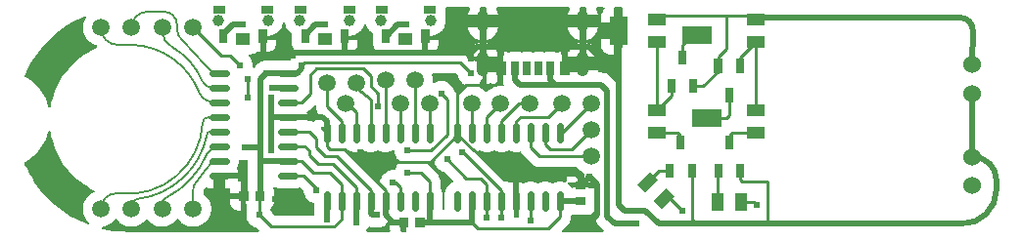
<source format=gtl>
G04 Layer: TopLayer*
G04 EasyEDA v6.4.24, 2021-09-25T18:25:05+02:00*
G04 d15503250396465d85bfe37af418053a,f5a38c858c354eb5b90fd3f81420cce3,10*
G04 Gerber Generator version 0.2*
G04 Scale: 100 percent, Rotated: No, Reflected: No *
G04 Dimensions in millimeters *
G04 leading zeros omitted , absolute positions ,4 integer and 5 decimal *
%FSLAX45Y45*%
%MOMM*%

%ADD10C,0.2540*%
%ADD11C,0.5080*%
%ADD12C,0.1500*%
%ADD13C,0.2000*%
%ADD14C,0.2050*%
%ADD15C,0.6000*%
%ADD16C,0.6096*%
%ADD17C,1.5000*%
%ADD20R,0.9000X0.8000*%
%ADD21R,0.7000X1.2500*%
%ADD22R,1.5500X1.0000*%
%ADD23R,1.0000X1.5500*%
%ADD24R,0.7000X1.2000*%
%ADD25R,1.1000X0.7000*%
%ADD26R,1.3000X1.0000*%
%ADD27R,0.9000X1.2000*%
%ADD28R,0.8000X1.2000*%
%ADD29R,2.5000X1.5000*%
%ADD30C,1.0000*%
%ADD31C,1.5240*%

%LPD*%
G36*
X2856331Y-415035D02*
G01*
X2852420Y-414274D01*
X2849118Y-412038D01*
X2846933Y-408787D01*
X2846171Y-404876D01*
X2846171Y-302818D01*
X2845257Y-298704D01*
X2845257Y-269494D01*
X2846120Y-265430D01*
X2848457Y-262077D01*
X2852013Y-259943D01*
X2856077Y-259334D01*
X2860040Y-260451D01*
X2862478Y-261670D01*
X2876956Y-267055D01*
X2891942Y-270713D01*
X2907284Y-272542D01*
X2922727Y-272542D01*
X2938018Y-270713D01*
X2953054Y-267055D01*
X2967482Y-261670D01*
X2981248Y-254660D01*
X2994050Y-246024D01*
X3005734Y-235966D01*
X3016148Y-224586D01*
X3025140Y-212039D01*
X3032607Y-198526D01*
X3038398Y-184200D01*
X3040176Y-177596D01*
X3042259Y-173685D01*
X3045714Y-171043D01*
X3049981Y-170078D01*
X3054299Y-171043D01*
X3057753Y-173685D01*
X3059785Y-177596D01*
X3061614Y-184200D01*
X3067405Y-198526D01*
X3074873Y-212039D01*
X3083864Y-224586D01*
X3094278Y-235966D01*
X3105962Y-246024D01*
X3110230Y-248920D01*
X3112668Y-251155D01*
X3114192Y-254101D01*
X3114751Y-257352D01*
X3114751Y-332130D01*
X3115564Y-343916D01*
X3118002Y-355092D01*
X3122015Y-365810D01*
X3127502Y-375869D01*
X3134360Y-385064D01*
X3142437Y-393141D01*
X3147263Y-396748D01*
X3150057Y-399897D01*
X3151276Y-403910D01*
X3150819Y-408076D01*
X3148685Y-411734D01*
X3145282Y-414172D01*
X3141167Y-415035D01*
X2958846Y-415035D01*
X2954731Y-414172D01*
X2951327Y-411734D01*
X2949194Y-408076D01*
X2948686Y-403910D01*
X2949956Y-399897D01*
X2952750Y-396748D01*
X2957525Y-393141D01*
X2965653Y-385064D01*
X2972511Y-375869D01*
X2977997Y-365810D01*
X2982010Y-355092D01*
X2984398Y-343916D01*
X2985262Y-332130D01*
X2985262Y-308864D01*
X2893872Y-308864D01*
X2893872Y-404876D01*
X2893060Y-408787D01*
X2890875Y-412038D01*
X2887573Y-414274D01*
X2883712Y-415035D01*
G37*

%LPD*%
G36*
X2088692Y-551434D02*
G01*
X2084679Y-550570D01*
X2081428Y-548182D01*
X2079294Y-544677D01*
X2078736Y-540664D01*
X2079243Y-533400D01*
X2078329Y-519226D01*
X2075586Y-505307D01*
X2071116Y-491845D01*
X2064969Y-479043D01*
X2057247Y-467156D01*
X2048052Y-456387D01*
X2041499Y-450443D01*
X2039112Y-447192D01*
X2038197Y-443230D01*
X2038857Y-439267D01*
X2041042Y-435864D01*
X2044395Y-433578D01*
X2048357Y-432765D01*
X2058517Y-432765D01*
X2070303Y-431901D01*
X2081530Y-429514D01*
X2092248Y-425500D01*
X2102256Y-420014D01*
X2110435Y-413918D01*
X2113635Y-412292D01*
X2117242Y-411886D01*
X2129282Y-412750D01*
X2140051Y-412750D01*
X2140051Y-302818D01*
X2139188Y-298704D01*
X2139188Y-269494D01*
X2140000Y-265430D01*
X2142388Y-262077D01*
X2145893Y-259943D01*
X2150008Y-259334D01*
X2153970Y-260451D01*
X2156409Y-261670D01*
X2170836Y-267055D01*
X2185873Y-270713D01*
X2201164Y-272542D01*
X2216607Y-272542D01*
X2231948Y-270713D01*
X2246934Y-267055D01*
X2261412Y-261670D01*
X2275128Y-254660D01*
X2287930Y-246024D01*
X2299614Y-235966D01*
X2310028Y-224586D01*
X2319020Y-212039D01*
X2326487Y-198526D01*
X2332278Y-184200D01*
X2336342Y-169316D01*
X2336901Y-165658D01*
X2338324Y-161798D01*
X2341118Y-158851D01*
X2344877Y-157226D01*
X2348992Y-157226D01*
X2352751Y-158851D01*
X2355596Y-161798D01*
X2357018Y-165658D01*
X2357526Y-169316D01*
X2361590Y-184200D01*
X2367432Y-198526D01*
X2374849Y-212039D01*
X2383840Y-224586D01*
X2394254Y-235966D01*
X2405989Y-246024D01*
X2410256Y-248920D01*
X2412644Y-251155D01*
X2414219Y-254101D01*
X2414727Y-257352D01*
X2414727Y-332130D01*
X2415590Y-343916D01*
X2418029Y-355092D01*
X2421991Y-365810D01*
X2427478Y-375869D01*
X2434336Y-385064D01*
X2442464Y-393141D01*
X2451608Y-399999D01*
X2461666Y-405485D01*
X2469946Y-408584D01*
X2473452Y-410819D01*
X2475788Y-414324D01*
X2476550Y-418439D01*
X2475534Y-422503D01*
X2472944Y-425805D01*
X2469286Y-427837D01*
X2463647Y-429514D01*
X2450693Y-435254D01*
X2438552Y-442569D01*
X2427478Y-451459D01*
X2417572Y-461619D01*
X2409088Y-472998D01*
X2404313Y-481482D01*
X2402078Y-484225D01*
X2398979Y-486003D01*
X2395474Y-486613D01*
X2320290Y-486613D01*
X2306167Y-487527D01*
X2287524Y-491235D01*
X2231745Y-491235D01*
X2229459Y-490982D01*
X2214778Y-487578D01*
X2200656Y-486257D01*
X2186482Y-486664D01*
X2172462Y-488950D01*
X2158847Y-493014D01*
X2145893Y-498754D01*
X2133752Y-506069D01*
X2122678Y-514959D01*
X2112772Y-525119D01*
X2104288Y-536498D01*
X2100122Y-543915D01*
X2096058Y-548487D01*
X2092655Y-550722D01*
G37*

%LPC*%
G36*
X2187752Y-412750D02*
G01*
X2198522Y-412750D01*
X2210308Y-411937D01*
X2221484Y-409498D01*
X2232253Y-405485D01*
X2242261Y-399999D01*
X2251456Y-393141D01*
X2259533Y-385064D01*
X2266391Y-375869D01*
X2271877Y-365810D01*
X2275890Y-355092D01*
X2278329Y-343916D01*
X2279142Y-332130D01*
X2279142Y-308864D01*
X2187752Y-308864D01*
G37*

%LPD*%
G36*
X4095496Y-760831D02*
G01*
X4091482Y-759866D01*
X4088129Y-757377D01*
X4086402Y-755345D01*
X4073804Y-743762D01*
X4060037Y-733653D01*
X4045204Y-725068D01*
X4029557Y-718210D01*
X4014978Y-713638D01*
X4011523Y-711758D01*
X4009034Y-708660D01*
X4007916Y-704850D01*
X4008323Y-700938D01*
X4010253Y-697433D01*
X4013352Y-694944D01*
X4016705Y-693216D01*
X4020718Y-692099D01*
X4024884Y-692658D01*
X4030624Y-694791D01*
X4036669Y-696214D01*
X4036669Y-683209D01*
X4037533Y-679094D01*
X4039971Y-675690D01*
X4041952Y-673912D01*
X4051147Y-663143D01*
X4058869Y-651256D01*
X4065015Y-638454D01*
X4069486Y-624992D01*
X4072229Y-611073D01*
X4073144Y-596900D01*
X4072229Y-582726D01*
X4069486Y-568807D01*
X4065015Y-555345D01*
X4058869Y-542544D01*
X4051147Y-530656D01*
X4041952Y-519887D01*
X4031437Y-510336D01*
X4019804Y-502208D01*
X4007205Y-495655D01*
X3993896Y-490778D01*
X3988765Y-489559D01*
X3986072Y-488543D01*
X3983837Y-486867D01*
X3970477Y-473506D01*
X3968242Y-470204D01*
X3967479Y-466293D01*
X3968242Y-462432D01*
X3970477Y-459130D01*
X3973779Y-456895D01*
X3977640Y-456133D01*
X4036669Y-456133D01*
X4036669Y-333806D01*
X4030624Y-335229D01*
X4016400Y-340410D01*
X4002887Y-347218D01*
X3990238Y-355498D01*
X3978605Y-365252D01*
X3968242Y-376275D01*
X3959199Y-388416D01*
X3951630Y-401523D01*
X3945636Y-415442D01*
X3942283Y-426516D01*
X3940556Y-429920D01*
X3937711Y-432409D01*
X3934104Y-433679D01*
X3930345Y-433527D01*
X3926840Y-432003D01*
X3919220Y-427075D01*
X3910380Y-422656D01*
X3907739Y-421589D01*
X3898392Y-418439D01*
X3895699Y-417728D01*
X3885996Y-415899D01*
X3883202Y-415543D01*
X3873246Y-415035D01*
X3658819Y-415035D01*
X3654704Y-414172D01*
X3651300Y-411734D01*
X3649167Y-408076D01*
X3648710Y-403910D01*
X3649979Y-399897D01*
X3652723Y-396748D01*
X3657549Y-393141D01*
X3665626Y-385064D01*
X3672484Y-375869D01*
X3677970Y-365810D01*
X3681984Y-355092D01*
X3684422Y-343916D01*
X3685286Y-332130D01*
X3685286Y-308864D01*
X3593846Y-308864D01*
X3593846Y-404876D01*
X3593084Y-408787D01*
X3590899Y-412038D01*
X3587597Y-414274D01*
X3583686Y-415035D01*
X3556304Y-415035D01*
X3552444Y-414274D01*
X3549142Y-412038D01*
X3546906Y-408787D01*
X3546144Y-404876D01*
X3546144Y-302818D01*
X3545281Y-298704D01*
X3545281Y-269494D01*
X3546094Y-265430D01*
X3548481Y-262077D01*
X3551986Y-259943D01*
X3556101Y-259334D01*
X3560064Y-260451D01*
X3562502Y-261670D01*
X3576980Y-267055D01*
X3591966Y-270713D01*
X3607308Y-272542D01*
X3622700Y-272542D01*
X3638042Y-270713D01*
X3653028Y-267055D01*
X3667506Y-261670D01*
X3681222Y-254660D01*
X3694023Y-246024D01*
X3705707Y-235966D01*
X3716121Y-224586D01*
X3725113Y-212039D01*
X3732580Y-198526D01*
X3738372Y-184200D01*
X3742436Y-169316D01*
X3744722Y-154076D01*
X3745179Y-138633D01*
X3743807Y-123291D01*
X3741318Y-111404D01*
X3741115Y-108559D01*
X3744417Y-93929D01*
X3745280Y-82143D01*
X3745280Y-35814D01*
X3746042Y-31902D01*
X3748227Y-28651D01*
X3751529Y-26416D01*
X3755440Y-25654D01*
X3946093Y-25654D01*
X3950208Y-26517D01*
X3953611Y-29006D01*
X3955745Y-32664D01*
X3956151Y-36880D01*
X3954881Y-40894D01*
X3951630Y-46532D01*
X3945636Y-60452D01*
X3941267Y-74980D01*
X3938625Y-89865D01*
X3938422Y-93624D01*
X4036669Y-93624D01*
X4036669Y-35814D01*
X4037431Y-31902D01*
X4039615Y-28651D01*
X4042918Y-26416D01*
X4046829Y-25654D01*
X4089196Y-25654D01*
X4093057Y-26416D01*
X4096359Y-28651D01*
X4098594Y-31902D01*
X4099356Y-35814D01*
X4099356Y-93624D01*
X4197604Y-93624D01*
X4197350Y-89865D01*
X4194759Y-74980D01*
X4190390Y-60452D01*
X4184396Y-46532D01*
X4181144Y-40894D01*
X4179824Y-36880D01*
X4180281Y-32664D01*
X4182364Y-29006D01*
X4185818Y-26517D01*
X4189933Y-25654D01*
X4810048Y-25654D01*
X4814214Y-26517D01*
X4817618Y-29006D01*
X4819751Y-32664D01*
X4820158Y-36880D01*
X4818888Y-40894D01*
X4815586Y-46532D01*
X4809591Y-60452D01*
X4805273Y-74980D01*
X4802632Y-89865D01*
X4802428Y-93624D01*
X4900625Y-93624D01*
X4900625Y-35814D01*
X4901438Y-31902D01*
X4903622Y-28651D01*
X4906924Y-26416D01*
X4910785Y-25654D01*
X4953203Y-25654D01*
X4957064Y-26416D01*
X4960366Y-28651D01*
X4962601Y-31902D01*
X4963363Y-35814D01*
X4963363Y-93624D01*
X5061610Y-93624D01*
X5061356Y-89865D01*
X5058714Y-74980D01*
X5054396Y-60452D01*
X5048402Y-46532D01*
X5045151Y-40894D01*
X5043830Y-36880D01*
X5044287Y-32664D01*
X5046370Y-29006D01*
X5049774Y-26517D01*
X5053939Y-25654D01*
X5110327Y-25654D01*
X5114239Y-26416D01*
X5117541Y-28651D01*
X5119725Y-31902D01*
X5120487Y-35814D01*
X5119725Y-39725D01*
X5117541Y-42976D01*
X5109464Y-51054D01*
X5102606Y-60198D01*
X5097119Y-70256D01*
X5093106Y-80975D01*
X5090668Y-92202D01*
X5089855Y-103987D01*
X5089855Y-159766D01*
X5201259Y-159766D01*
X5201259Y-35814D01*
X5202021Y-31902D01*
X5204206Y-28651D01*
X5207508Y-26416D01*
X5211419Y-25654D01*
X5267350Y-25654D01*
X5271262Y-26466D01*
X5274614Y-28702D01*
X5276799Y-32054D01*
X5277510Y-35966D01*
X5267147Y-727557D01*
X5266182Y-731672D01*
X5263692Y-735025D01*
X5259984Y-737108D01*
X5255768Y-737514D01*
X5251805Y-736142D01*
X5248706Y-733247D01*
X5247030Y-729386D01*
X5245557Y-721969D01*
X5241086Y-708863D01*
X5234990Y-696468D01*
X5227320Y-684987D01*
X5217972Y-674370D01*
X5167630Y-624027D01*
X5157012Y-614680D01*
X5145532Y-607009D01*
X5133136Y-600913D01*
X5120030Y-596442D01*
X5106466Y-593750D01*
X5092344Y-592836D01*
X5071668Y-592836D01*
X5067655Y-592023D01*
X5064302Y-589635D01*
X5062118Y-586130D01*
X5061559Y-582066D01*
X5062016Y-573836D01*
X4963363Y-573836D01*
X4963363Y-582676D01*
X4962601Y-586587D01*
X4960366Y-589838D01*
X4957064Y-592074D01*
X4953203Y-592836D01*
X4910785Y-592836D01*
X4906924Y-592074D01*
X4905857Y-591362D01*
X4798974Y-591362D01*
X4796434Y-592480D01*
X4793691Y-592836D01*
X4782413Y-592836D01*
X4778552Y-592074D01*
X4775250Y-589838D01*
X4773066Y-586587D01*
X4772253Y-582676D01*
X4772253Y-495350D01*
X4771440Y-483565D01*
X4769002Y-472389D01*
X4764989Y-461670D01*
X4759502Y-451612D01*
X4752644Y-442468D01*
X4749139Y-438912D01*
X4746904Y-435609D01*
X4746142Y-431749D01*
X4746142Y-414731D01*
X4730343Y-414731D01*
X4718558Y-415594D01*
X4713173Y-416763D01*
X4708855Y-416763D01*
X4703419Y-415594D01*
X4691634Y-414731D01*
X4612386Y-414731D01*
X4597704Y-415747D01*
X4584598Y-414731D01*
X4515358Y-414731D01*
X4503572Y-415594D01*
X4502150Y-415899D01*
X4497832Y-415899D01*
X4496409Y-415594D01*
X4484624Y-414731D01*
X4415383Y-414731D01*
X4400702Y-415747D01*
X4387596Y-414731D01*
X4308348Y-414731D01*
X4296562Y-415594D01*
X4291177Y-416763D01*
X4286859Y-416763D01*
X4281424Y-415594D01*
X4269638Y-414731D01*
X4253839Y-414731D01*
X4253839Y-431749D01*
X4253077Y-435609D01*
X4250893Y-438912D01*
X4247337Y-442468D01*
X4240479Y-451612D01*
X4234992Y-461670D01*
X4230979Y-472389D01*
X4228592Y-483565D01*
X4227728Y-495350D01*
X4227728Y-614629D01*
X4228592Y-626414D01*
X4230979Y-637590D01*
X4234992Y-648309D01*
X4242003Y-661060D01*
X4242562Y-663905D01*
X4243273Y-674166D01*
X4245965Y-687730D01*
X4248912Y-696518D01*
X4249470Y-700481D01*
X4248404Y-704342D01*
X4245914Y-707491D01*
X4242460Y-709472D01*
X4238447Y-709930D01*
X4220667Y-708406D01*
X4206595Y-708812D01*
X4202633Y-708101D01*
X4199229Y-705916D01*
X4196943Y-702614D01*
X4196130Y-698652D01*
X4196130Y-591362D01*
X4099356Y-591362D01*
X4099356Y-696214D01*
X4105351Y-694791D01*
X4119575Y-689610D01*
X4130446Y-684123D01*
X4133596Y-683158D01*
X4136847Y-683209D01*
X4139895Y-684276D01*
X4146651Y-687984D01*
X4157421Y-691997D01*
X4168597Y-694436D01*
X4171492Y-694639D01*
X4175404Y-695706D01*
X4178604Y-698296D01*
X4180535Y-701852D01*
X4180890Y-705916D01*
X4179620Y-709777D01*
X4176928Y-712825D01*
X4173270Y-714603D01*
X4170070Y-715416D01*
X4154017Y-721410D01*
X4138777Y-729132D01*
X4124451Y-738530D01*
X4111244Y-749401D01*
X4103065Y-757783D01*
X4099610Y-760120D01*
G37*

%LPC*%
G36*
X4963363Y-311200D02*
G01*
X4969357Y-309778D01*
X4983581Y-304596D01*
X4997145Y-297789D01*
X5009794Y-289458D01*
X5021376Y-279755D01*
X5031790Y-268732D01*
X5040833Y-256590D01*
X5048402Y-243433D01*
X5054396Y-229565D01*
X5058714Y-215036D01*
X5061356Y-200101D01*
X5061610Y-196342D01*
X4963363Y-196342D01*
G37*
G36*
X4099356Y-456133D02*
G01*
X4196130Y-456133D01*
X4196130Y-414731D01*
X4192930Y-413969D01*
X4189679Y-411835D01*
X4187444Y-408584D01*
X4184396Y-401523D01*
X4176826Y-388416D01*
X4167784Y-376275D01*
X4157370Y-365252D01*
X4145787Y-355498D01*
X4133138Y-347218D01*
X4119575Y-340410D01*
X4105351Y-335229D01*
X4099356Y-333806D01*
G37*
G36*
X4803851Y-456133D02*
G01*
X4900625Y-456133D01*
X4900625Y-333806D01*
X4894630Y-335229D01*
X4880406Y-340410D01*
X4866894Y-347218D01*
X4854244Y-355498D01*
X4842611Y-365252D01*
X4832248Y-376275D01*
X4823155Y-388416D01*
X4815586Y-401523D01*
X4812538Y-408584D01*
X4810506Y-411683D01*
X4807458Y-413816D01*
X4803851Y-414731D01*
G37*
G36*
X4963363Y-456133D02*
G01*
X5062016Y-456133D01*
X5061356Y-444855D01*
X5058714Y-429971D01*
X5054396Y-415442D01*
X5048402Y-401523D01*
X5040833Y-388416D01*
X5031790Y-376275D01*
X5021376Y-365252D01*
X5009794Y-355498D01*
X4997145Y-347218D01*
X4983581Y-340410D01*
X4969357Y-335229D01*
X4963363Y-333806D01*
G37*
G36*
X4036669Y-311200D02*
G01*
X4036669Y-196342D01*
X3938422Y-196342D01*
X3938625Y-200101D01*
X3941267Y-215036D01*
X3945636Y-229565D01*
X3951630Y-243433D01*
X3959199Y-256590D01*
X3968242Y-268732D01*
X3978605Y-279755D01*
X3990238Y-289458D01*
X4002887Y-297789D01*
X4016400Y-304596D01*
X4030624Y-309778D01*
G37*
G36*
X4099356Y-311200D02*
G01*
X4105351Y-309778D01*
X4119575Y-304596D01*
X4133138Y-297789D01*
X4145787Y-289458D01*
X4157370Y-279755D01*
X4167784Y-268732D01*
X4176826Y-256590D01*
X4184396Y-243433D01*
X4190390Y-229565D01*
X4194759Y-215036D01*
X4197350Y-200101D01*
X4197604Y-196342D01*
X4099356Y-196342D01*
G37*
G36*
X4900625Y-311200D02*
G01*
X4900625Y-196342D01*
X4802428Y-196342D01*
X4802632Y-200101D01*
X4805273Y-215036D01*
X4809591Y-229565D01*
X4815586Y-243433D01*
X4823155Y-256590D01*
X4832248Y-268732D01*
X4842611Y-279755D01*
X4854244Y-289458D01*
X4866894Y-297789D01*
X4880406Y-304596D01*
X4894630Y-309778D01*
G37*
G36*
X5170474Y-433882D02*
G01*
X5201259Y-433882D01*
X5201259Y-297434D01*
X5089855Y-297434D01*
X5089855Y-353212D01*
X5090668Y-364998D01*
X5093106Y-376224D01*
X5097119Y-386943D01*
X5102606Y-397002D01*
X5109464Y-406146D01*
X5117541Y-414223D01*
X5126736Y-421081D01*
X5136743Y-426567D01*
X5147513Y-430580D01*
X5158689Y-433019D01*
G37*

%LPD*%
G36*
X3844340Y-774954D02*
G01*
X3840581Y-774903D01*
X3837127Y-773531D01*
X3834434Y-771042D01*
X3831336Y-766876D01*
X3824732Y-759561D01*
X3818585Y-753414D01*
X3816807Y-751027D01*
X3811015Y-733145D01*
X3804869Y-720344D01*
X3797147Y-708456D01*
X3787952Y-697687D01*
X3777437Y-688136D01*
X3765804Y-680008D01*
X3753205Y-673455D01*
X3739896Y-668578D01*
X3726078Y-665378D01*
X3711956Y-664057D01*
X3697782Y-664464D01*
X3683762Y-666750D01*
X3670147Y-670814D01*
X3657193Y-676554D01*
X3649827Y-680974D01*
X3645712Y-682396D01*
X3641344Y-681939D01*
X3637584Y-679704D01*
X3635146Y-676046D01*
X3634435Y-671728D01*
X3635044Y-660400D01*
X3634130Y-643331D01*
X3631285Y-626465D01*
X3627729Y-613867D01*
X3627424Y-610158D01*
X3628440Y-606602D01*
X3630676Y-603605D01*
X3633825Y-601624D01*
X3637534Y-600964D01*
X3830777Y-600964D01*
X3834688Y-601726D01*
X3837990Y-603961D01*
X3852367Y-618337D01*
X3853992Y-620471D01*
X3855008Y-622909D01*
X3857294Y-631799D01*
X3862628Y-644956D01*
X3869588Y-657301D01*
X3878072Y-668680D01*
X3887978Y-678891D01*
X3899052Y-687730D01*
X3911193Y-695045D01*
X3921404Y-699566D01*
X3924655Y-701903D01*
X3926789Y-705256D01*
X3927449Y-709168D01*
X3926535Y-713028D01*
X3924249Y-716280D01*
X3920845Y-718413D01*
X3912717Y-721410D01*
X3897477Y-729132D01*
X3883151Y-738530D01*
X3869944Y-749401D01*
X3858006Y-761644D01*
X3850589Y-771194D01*
X3847795Y-773684D01*
G37*

%LPD*%
G36*
X317347Y-896721D02*
G01*
X313690Y-895350D01*
X310845Y-892759D01*
X309168Y-889253D01*
X305968Y-877062D01*
X296570Y-848715D01*
X285140Y-820978D01*
X271780Y-794105D01*
X256540Y-768248D01*
X239521Y-743559D01*
X220827Y-720090D01*
X200507Y-697992D01*
X178714Y-677418D01*
X155498Y-658368D01*
X131013Y-641045D01*
X109169Y-627735D01*
X106476Y-625398D01*
X104800Y-622198D01*
X104292Y-618642D01*
X105105Y-615137D01*
X109778Y-604012D01*
X128219Y-564946D01*
X148336Y-526745D01*
X170129Y-489458D01*
X193598Y-453186D01*
X218592Y-417982D01*
X245160Y-383946D01*
X273202Y-351078D01*
X302666Y-319532D01*
X333502Y-289306D01*
X365658Y-260451D01*
X399034Y-233070D01*
X433628Y-207213D01*
X469290Y-182880D01*
X506018Y-160172D01*
X543712Y-139090D01*
X582320Y-119735D01*
X619912Y-102870D01*
X624128Y-102006D01*
X628294Y-102920D01*
X631698Y-105460D01*
X633780Y-109169D01*
X634136Y-113436D01*
X632714Y-117500D01*
X625449Y-129285D01*
X618185Y-144780D01*
X612597Y-160934D01*
X608888Y-177647D01*
X607009Y-194665D01*
X607009Y-211734D01*
X608888Y-228752D01*
X612597Y-245465D01*
X618185Y-261620D01*
X625449Y-277114D01*
X634441Y-291642D01*
X644906Y-305155D01*
X656844Y-317398D01*
X670052Y-328269D01*
X684377Y-337667D01*
X699617Y-345389D01*
X715670Y-351383D01*
X721918Y-352958D01*
X724662Y-354126D01*
X726998Y-356006D01*
X731215Y-360781D01*
X733196Y-364032D01*
X733806Y-367842D01*
X732993Y-371551D01*
X730859Y-374751D01*
X727659Y-376885D01*
X714349Y-382625D01*
X681380Y-398983D01*
X649274Y-417118D01*
X618236Y-436930D01*
X588314Y-458470D01*
X559612Y-481533D01*
X532180Y-506120D01*
X506120Y-532180D01*
X481533Y-559612D01*
X458470Y-588314D01*
X436930Y-618236D01*
X417118Y-649274D01*
X398983Y-681380D01*
X382625Y-714349D01*
X368046Y-748233D01*
X355346Y-782777D01*
X344525Y-818032D01*
X335635Y-853744D01*
X328980Y-888593D01*
X327507Y-892200D01*
X324815Y-894994D01*
X321259Y-896569D01*
G37*

%LPD*%
G36*
X2605481Y-1019962D02*
G01*
X2601417Y-1019200D01*
X2590292Y-1015339D01*
X2587599Y-1014628D01*
X2577896Y-1012799D01*
X2575102Y-1012444D01*
X2565146Y-1011936D01*
X2557932Y-1011936D01*
X2554325Y-1011275D01*
X2551176Y-1009345D01*
X2548890Y-1006449D01*
X2547823Y-1002944D01*
X2548077Y-999236D01*
X2472486Y-999236D01*
X2453792Y-995527D01*
X2439670Y-994613D01*
X2320290Y-994613D01*
X2306167Y-995527D01*
X2287473Y-999236D01*
X2260041Y-999236D01*
X2256129Y-998474D01*
X2252827Y-996238D01*
X2250643Y-992936D01*
X2249881Y-989025D01*
X2250033Y-966673D01*
X2250795Y-962761D01*
X2253030Y-959510D01*
X2256282Y-957326D01*
X2260193Y-956564D01*
X2287473Y-956564D01*
X2306167Y-960272D01*
X2320290Y-961186D01*
X2439670Y-961186D01*
X2453792Y-960272D01*
X2472486Y-956564D01*
X2548077Y-956564D01*
X2544013Y-940155D01*
X2544470Y-936752D01*
X2545994Y-933703D01*
X2548534Y-931316D01*
X2558237Y-924814D01*
X2560421Y-923137D01*
X2567838Y-916432D01*
X2607513Y-876757D01*
X2610764Y-874572D01*
X2614676Y-873810D01*
X2618587Y-874572D01*
X2621838Y-876757D01*
X2624074Y-880059D01*
X2624836Y-883970D01*
X2624836Y-888746D01*
X2625344Y-898702D01*
X2625699Y-901496D01*
X2627528Y-911199D01*
X2628239Y-913892D01*
X2631389Y-923239D01*
X2632456Y-925880D01*
X2636875Y-934719D01*
X2638298Y-937158D01*
X2643835Y-945286D01*
X2649728Y-952093D01*
X2651810Y-955751D01*
X2652268Y-959967D01*
X2650947Y-963980D01*
X2647543Y-967587D01*
X2637434Y-977036D01*
X2628595Y-987704D01*
X2621178Y-999388D01*
X2615285Y-1011936D01*
X2612898Y-1016558D01*
X2609545Y-1019048D01*
G37*

%LPD*%
G36*
X2724353Y-1139647D02*
G01*
X2720492Y-1138834D01*
X2717190Y-1136650D01*
X2715006Y-1133348D01*
X2709824Y-1122680D01*
X2708402Y-1120241D01*
X2702864Y-1112113D01*
X2701137Y-1109878D01*
X2694432Y-1102461D01*
X2670505Y-1078534D01*
X2668270Y-1075232D01*
X2667508Y-1071321D01*
X2668270Y-1067460D01*
X2670505Y-1064158D01*
X2673756Y-1061923D01*
X2677668Y-1061161D01*
X2696464Y-1061161D01*
X2696464Y-1023670D01*
X2697226Y-1019759D01*
X2699410Y-1016457D01*
X2702712Y-1014272D01*
X2706624Y-1013510D01*
X2710484Y-1014272D01*
X2713786Y-1016457D01*
X2732227Y-1034897D01*
X2734513Y-1038504D01*
X2735173Y-1042720D01*
X2734513Y-1052830D01*
X2734513Y-1129487D01*
X2733751Y-1133348D01*
X2731566Y-1136650D01*
X2728264Y-1138834D01*
G37*

%LPD*%
G36*
X3170275Y-1547571D02*
G01*
X3165805Y-1547012D01*
X3161995Y-1544624D01*
X2899968Y-1282598D01*
X2897835Y-1279499D01*
X2896971Y-1275842D01*
X2897530Y-1272133D01*
X2899359Y-1268882D01*
X2903423Y-1265834D01*
X2906623Y-1264767D01*
X2909976Y-1264767D01*
X2913176Y-1265834D01*
X2924860Y-1272286D01*
X2937713Y-1277366D01*
X2951124Y-1280820D01*
X2964891Y-1282547D01*
X2978708Y-1282547D01*
X2992475Y-1280820D01*
X3005886Y-1277366D01*
X3018739Y-1272286D01*
X3030423Y-1265834D01*
X3033623Y-1264767D01*
X3036976Y-1264767D01*
X3040176Y-1265834D01*
X3051860Y-1272286D01*
X3064713Y-1277366D01*
X3078124Y-1280820D01*
X3091891Y-1282547D01*
X3105708Y-1282547D01*
X3119475Y-1280820D01*
X3132886Y-1277366D01*
X3145739Y-1272286D01*
X3157423Y-1265834D01*
X3160623Y-1264767D01*
X3163976Y-1264767D01*
X3167176Y-1265834D01*
X3178860Y-1272286D01*
X3191713Y-1277366D01*
X3205124Y-1280820D01*
X3218891Y-1282547D01*
X3232708Y-1282547D01*
X3246475Y-1280820D01*
X3259886Y-1277366D01*
X3272739Y-1272286D01*
X3284423Y-1265834D01*
X3287623Y-1264767D01*
X3290976Y-1264767D01*
X3294176Y-1265834D01*
X3300628Y-1269390D01*
X3303117Y-1271320D01*
X3304895Y-1273962D01*
X3305810Y-1277010D01*
X3307638Y-1291183D01*
X3311194Y-1304899D01*
X3316528Y-1318056D01*
X3323488Y-1330401D01*
X3331972Y-1341780D01*
X3341878Y-1351991D01*
X3348532Y-1357325D01*
X3350920Y-1360017D01*
X3352241Y-1363421D01*
X3352241Y-1367078D01*
X3350920Y-1370482D01*
X3348532Y-1373174D01*
X3341878Y-1378559D01*
X3331972Y-1388719D01*
X3323488Y-1400098D01*
X3316528Y-1412443D01*
X3311194Y-1425600D01*
X3309620Y-1431747D01*
X3308096Y-1434998D01*
X3305606Y-1437538D01*
X3302355Y-1439011D01*
X3298799Y-1439316D01*
X3292856Y-1438757D01*
X3278682Y-1439164D01*
X3264662Y-1441450D01*
X3251047Y-1445514D01*
X3238093Y-1451254D01*
X3225952Y-1458569D01*
X3214878Y-1467459D01*
X3204972Y-1477619D01*
X3196488Y-1488998D01*
X3189528Y-1501343D01*
X3184194Y-1514500D01*
X3180638Y-1528216D01*
X3179267Y-1538732D01*
X3177743Y-1542948D01*
X3174492Y-1546098D01*
G37*

%LPD*%
G36*
X3232708Y-1751126D02*
G01*
X3228848Y-1750517D01*
X3225546Y-1748485D01*
X3218637Y-1742236D01*
X3213404Y-1738579D01*
X3211068Y-1736343D01*
X3209594Y-1733448D01*
X3209086Y-1730248D01*
X3209086Y-1647850D01*
X3209747Y-1644142D01*
X3211779Y-1640941D01*
X3214827Y-1638706D01*
X3218484Y-1637690D01*
X3222244Y-1638147D01*
X3237636Y-1647291D01*
X3240227Y-1649577D01*
X3241954Y-1652574D01*
X3242513Y-1655978D01*
X3242513Y-1740966D01*
X3241802Y-1744776D01*
X3239668Y-1748078D01*
X3236468Y-1750263D01*
G37*

%LPD*%
G36*
X3726637Y-1786636D02*
G01*
X3722573Y-1785823D01*
X3719220Y-1783435D01*
X3717036Y-1779930D01*
X3716477Y-1775815D01*
X3717086Y-1766570D01*
X3717086Y-1647189D01*
X3716172Y-1633067D01*
X3713581Y-1619453D01*
X3709314Y-1606296D01*
X3703421Y-1593748D01*
X3701338Y-1590497D01*
X3700170Y-1587906D01*
X3699764Y-1585061D01*
X3699764Y-1536954D01*
X3699256Y-1526997D01*
X3698900Y-1524203D01*
X3697071Y-1514500D01*
X3696360Y-1511808D01*
X3693210Y-1502460D01*
X3692144Y-1499819D01*
X3687724Y-1490980D01*
X3686301Y-1488541D01*
X3680764Y-1480413D01*
X3679037Y-1478178D01*
X3672332Y-1470761D01*
X3596538Y-1394968D01*
X3589121Y-1388262D01*
X3586937Y-1386535D01*
X3579520Y-1381556D01*
X3576574Y-1378458D01*
X3575151Y-1374394D01*
X3575507Y-1370126D01*
X3577590Y-1366418D01*
X3581044Y-1363878D01*
X3585210Y-1362964D01*
X3619246Y-1362964D01*
X3629202Y-1362456D01*
X3639007Y-1360779D01*
X3642817Y-1360779D01*
X3646322Y-1362151D01*
X3649116Y-1364742D01*
X3650742Y-1368196D01*
X3654094Y-1381099D01*
X3659428Y-1394256D01*
X3666388Y-1406601D01*
X3674872Y-1417980D01*
X3684778Y-1428191D01*
X3695852Y-1437030D01*
X3707993Y-1444345D01*
X3720947Y-1450086D01*
X3733698Y-1453896D01*
X3735984Y-1454912D01*
X3737965Y-1456436D01*
X3809898Y-1528368D01*
X3812133Y-1531721D01*
X3812895Y-1535633D01*
X3812082Y-1539544D01*
X3809847Y-1542846D01*
X3806494Y-1545031D01*
X3801160Y-1547114D01*
X3789019Y-1553819D01*
X3777843Y-1561947D01*
X3767734Y-1571396D01*
X3758895Y-1582064D01*
X3751478Y-1593748D01*
X3745585Y-1606296D01*
X3741318Y-1619453D01*
X3738727Y-1633067D01*
X3737813Y-1647189D01*
X3737813Y-1766570D01*
X3738422Y-1775815D01*
X3737864Y-1779930D01*
X3735679Y-1783435D01*
X3732326Y-1785823D01*
X3728262Y-1786636D01*
G37*

%LPD*%
G36*
X2277922Y-1837436D02*
G01*
X2274011Y-1836674D01*
X2270709Y-1834438D01*
X2243785Y-1807514D01*
X2242007Y-1805127D01*
X2236216Y-1787245D01*
X2232355Y-1779219D01*
X2231390Y-1775206D01*
X2232050Y-1771091D01*
X2234336Y-1767636D01*
X2240737Y-1761236D01*
X2247595Y-1752092D01*
X2253081Y-1742033D01*
X2257094Y-1731314D01*
X2259533Y-1720138D01*
X2260346Y-1708353D01*
X2260346Y-1619046D01*
X2259533Y-1607261D01*
X2257044Y-1595932D01*
X2257094Y-1591462D01*
X2259076Y-1587449D01*
X2262581Y-1584655D01*
X2266950Y-1583639D01*
X2271318Y-1584604D01*
X2279396Y-1588414D01*
X2292553Y-1592681D01*
X2306167Y-1595272D01*
X2320290Y-1596186D01*
X2439670Y-1596186D01*
X2453792Y-1595272D01*
X2467406Y-1592681D01*
X2478481Y-1589074D01*
X2482138Y-1588617D01*
X2485745Y-1589481D01*
X2488793Y-1591564D01*
X2516124Y-1618894D01*
X2518054Y-1621586D01*
X2519019Y-1624787D01*
X2520238Y-1634083D01*
X2523794Y-1647799D01*
X2529128Y-1660956D01*
X2536088Y-1673301D01*
X2544572Y-1684680D01*
X2554478Y-1694891D01*
X2565552Y-1703730D01*
X2577693Y-1711045D01*
X2590647Y-1716786D01*
X2600248Y-1719681D01*
X2604058Y-1721713D01*
X2606598Y-1725168D01*
X2607513Y-1729384D01*
X2607513Y-1766570D01*
X2608427Y-1780692D01*
X2612136Y-1799336D01*
X2612136Y-1827275D01*
X2611374Y-1831187D01*
X2609138Y-1834438D01*
X2605887Y-1836674D01*
X2601976Y-1837436D01*
G37*

%LPD*%
G36*
X4349089Y-1850136D02*
G01*
X4345330Y-1849424D01*
X4342130Y-1847392D01*
X4339894Y-1844293D01*
X4336186Y-1826107D01*
X4335272Y-1823313D01*
X4334764Y-1820113D01*
X4334764Y-1799386D01*
X4338472Y-1780692D01*
X4339386Y-1766570D01*
X4339386Y-1647189D01*
X4338472Y-1633067D01*
X4334764Y-1614373D01*
X4334764Y-1538782D01*
X4322013Y-1542034D01*
X4309160Y-1547114D01*
X4306570Y-1548536D01*
X4302404Y-1549755D01*
X4298137Y-1549146D01*
X4294479Y-1546809D01*
X4030268Y-1282598D01*
X4028135Y-1279499D01*
X4027271Y-1275842D01*
X4027830Y-1272133D01*
X4029659Y-1268882D01*
X4033723Y-1265834D01*
X4036923Y-1264767D01*
X4040276Y-1264767D01*
X4043476Y-1265834D01*
X4055160Y-1272286D01*
X4068013Y-1277366D01*
X4081424Y-1280820D01*
X4095191Y-1282547D01*
X4109008Y-1282547D01*
X4122775Y-1280820D01*
X4136186Y-1277366D01*
X4149039Y-1272286D01*
X4160723Y-1265834D01*
X4163923Y-1264767D01*
X4167276Y-1264767D01*
X4170476Y-1265834D01*
X4182160Y-1272286D01*
X4195013Y-1277366D01*
X4208424Y-1280820D01*
X4222191Y-1282547D01*
X4236008Y-1282547D01*
X4249775Y-1280820D01*
X4263186Y-1277366D01*
X4276039Y-1272286D01*
X4287723Y-1265834D01*
X4290923Y-1264767D01*
X4294276Y-1264767D01*
X4297476Y-1265834D01*
X4309160Y-1272286D01*
X4322013Y-1277366D01*
X4335424Y-1280820D01*
X4349191Y-1282547D01*
X4363008Y-1282547D01*
X4376775Y-1280820D01*
X4387138Y-1278128D01*
X4390542Y-1277874D01*
X4393895Y-1278737D01*
X4396740Y-1280668D01*
X4398772Y-1283462D01*
X4402175Y-1290320D01*
X4403598Y-1292758D01*
X4409135Y-1300886D01*
X4410862Y-1303121D01*
X4417568Y-1310538D01*
X4493361Y-1386332D01*
X4500778Y-1393037D01*
X4503013Y-1394764D01*
X4511141Y-1400302D01*
X4513580Y-1401724D01*
X4522419Y-1406144D01*
X4525060Y-1407210D01*
X4534408Y-1410360D01*
X4537100Y-1411071D01*
X4546803Y-1412900D01*
X4549597Y-1413256D01*
X4559554Y-1413764D01*
X4874768Y-1413764D01*
X4877816Y-1414221D01*
X4880559Y-1415592D01*
X4882794Y-1417675D01*
X4886706Y-1422755D01*
X4894529Y-1430782D01*
X4896713Y-1434084D01*
X4897069Y-1436217D01*
X4899355Y-1436522D01*
X4902657Y-1438351D01*
X4911852Y-1445869D01*
X4926177Y-1455267D01*
X4938166Y-1461312D01*
X4941112Y-1463598D01*
X4943094Y-1466748D01*
X4943754Y-1470406D01*
X4943754Y-1541983D01*
X5027676Y-1541983D01*
X5031587Y-1542745D01*
X5034838Y-1544929D01*
X5037074Y-1548231D01*
X5037836Y-1552143D01*
X5037836Y-1584502D01*
X5037074Y-1588363D01*
X5034838Y-1591665D01*
X5031587Y-1593900D01*
X5027676Y-1594662D01*
X4993335Y-1594662D01*
X4989779Y-1594002D01*
X4982514Y-1591310D01*
X4971338Y-1588871D01*
X4959553Y-1588058D01*
X4870246Y-1588058D01*
X4858461Y-1588871D01*
X4847285Y-1591310D01*
X4842764Y-1592986D01*
X4839360Y-1593646D01*
X4835956Y-1593088D01*
X4832959Y-1591462D01*
X4830622Y-1588922D01*
X4826304Y-1582064D01*
X4817465Y-1571396D01*
X4807356Y-1561947D01*
X4805172Y-1560322D01*
X4802327Y-1557223D01*
X4801057Y-1553159D01*
X4801463Y-1548993D01*
X4803597Y-1545336D01*
X4807000Y-1542846D01*
X4811166Y-1541983D01*
X4886045Y-1541983D01*
X4886045Y-1448054D01*
X4870246Y-1448054D01*
X4858461Y-1448866D01*
X4847285Y-1451305D01*
X4836566Y-1455318D01*
X4826508Y-1460804D01*
X4817364Y-1467662D01*
X4809236Y-1475740D01*
X4802378Y-1484934D01*
X4796891Y-1494993D01*
X4792929Y-1505712D01*
X4790490Y-1516888D01*
X4789627Y-1528673D01*
X4789627Y-1534414D01*
X4788865Y-1538274D01*
X4786680Y-1541526D01*
X4783429Y-1543761D01*
X4779619Y-1544574D01*
X4775758Y-1543862D01*
X4771186Y-1542034D01*
X4757775Y-1538579D01*
X4744008Y-1536852D01*
X4730191Y-1536852D01*
X4716424Y-1538579D01*
X4703013Y-1542034D01*
X4690160Y-1547114D01*
X4678476Y-1553565D01*
X4675276Y-1554632D01*
X4671923Y-1554632D01*
X4668723Y-1553565D01*
X4657039Y-1547114D01*
X4644186Y-1542034D01*
X4630775Y-1538579D01*
X4617008Y-1536852D01*
X4603191Y-1536852D01*
X4589424Y-1538579D01*
X4576013Y-1542034D01*
X4563160Y-1547114D01*
X4551476Y-1553565D01*
X4548276Y-1554632D01*
X4544923Y-1554632D01*
X4541723Y-1553565D01*
X4530039Y-1547114D01*
X4517186Y-1542034D01*
X4503775Y-1538579D01*
X4490008Y-1536852D01*
X4476191Y-1536852D01*
X4462424Y-1538579D01*
X4449013Y-1542034D01*
X4436160Y-1547114D01*
X4424476Y-1553565D01*
X4421276Y-1554632D01*
X4417923Y-1554632D01*
X4414723Y-1553565D01*
X4403039Y-1547114D01*
X4390186Y-1542034D01*
X4377436Y-1538782D01*
X4377436Y-1614373D01*
X4373727Y-1633067D01*
X4372813Y-1647189D01*
X4372813Y-1766570D01*
X4373727Y-1780692D01*
X4377436Y-1799386D01*
X4377436Y-1839975D01*
X4376674Y-1843887D01*
X4374489Y-1847138D01*
X4371187Y-1849374D01*
X4367276Y-1850136D01*
G37*

%LPD*%
G36*
X653643Y-1909673D02*
G01*
X649630Y-1908962D01*
X619404Y-1896922D01*
X579831Y-1879092D01*
X541070Y-1859483D01*
X503224Y-1838198D01*
X466394Y-1815236D01*
X430580Y-1790649D01*
X395935Y-1764487D01*
X362458Y-1736801D01*
X330301Y-1707692D01*
X299415Y-1677162D01*
X269951Y-1645259D01*
X241909Y-1612087D01*
X215392Y-1577695D01*
X190449Y-1542186D01*
X167081Y-1505559D01*
X145389Y-1467967D01*
X125425Y-1429410D01*
X107137Y-1390040D01*
X103022Y-1379982D01*
X102260Y-1376222D01*
X102920Y-1372412D01*
X105003Y-1369161D01*
X108102Y-1366926D01*
X133299Y-1351432D01*
X157683Y-1333957D01*
X180746Y-1314754D01*
X202438Y-1294028D01*
X222605Y-1271828D01*
X241198Y-1248257D01*
X258013Y-1223416D01*
X273100Y-1197457D01*
X286258Y-1170482D01*
X297535Y-1142695D01*
X306171Y-1116279D01*
X308559Y-1107135D01*
X310286Y-1103528D01*
X313283Y-1100886D01*
X316992Y-1099616D01*
X320954Y-1099870D01*
X324561Y-1101598D01*
X327152Y-1104544D01*
X328472Y-1108303D01*
X335635Y-1146251D01*
X344525Y-1181963D01*
X355346Y-1217218D01*
X368046Y-1251762D01*
X382625Y-1285646D01*
X398983Y-1318615D01*
X417118Y-1350721D01*
X436930Y-1381760D01*
X458470Y-1411681D01*
X481533Y-1440383D01*
X506120Y-1467815D01*
X532180Y-1493875D01*
X559612Y-1518462D01*
X588314Y-1541526D01*
X618236Y-1563065D01*
X649274Y-1582877D01*
X681380Y-1601012D01*
X704799Y-1612646D01*
X707898Y-1615033D01*
X709879Y-1618386D01*
X710438Y-1622247D01*
X709472Y-1626057D01*
X707186Y-1629206D01*
X703834Y-1631238D01*
X699617Y-1632813D01*
X684377Y-1640535D01*
X670052Y-1649882D01*
X656844Y-1660804D01*
X644906Y-1673047D01*
X634441Y-1686560D01*
X625449Y-1701088D01*
X618185Y-1716582D01*
X612597Y-1732737D01*
X608888Y-1749450D01*
X607009Y-1766468D01*
X607009Y-1783537D01*
X608888Y-1800555D01*
X612597Y-1817268D01*
X618185Y-1833422D01*
X625449Y-1848866D01*
X634441Y-1863445D01*
X644906Y-1876958D01*
X656844Y-1889201D01*
X659841Y-1891690D01*
X662432Y-1894839D01*
X663498Y-1898802D01*
X662990Y-1902815D01*
X660908Y-1906371D01*
X657606Y-1908759D01*
G37*

%LPD*%
G36*
X3068980Y-1974342D02*
G01*
X3064764Y-1973427D01*
X3061258Y-1970836D01*
X3059226Y-1967026D01*
X3058922Y-1962708D01*
X3060446Y-1958644D01*
X3068269Y-1946656D01*
X3073196Y-1936445D01*
X3075940Y-1932939D01*
X3079902Y-1930958D01*
X3084322Y-1930857D01*
X3097733Y-1933549D01*
X3111855Y-1934464D01*
X3115818Y-1934464D01*
X3118662Y-1934870D01*
X3124962Y-1936750D01*
X3138982Y-1939036D01*
X3153156Y-1939442D01*
X3167278Y-1938121D01*
X3181096Y-1934972D01*
X3194405Y-1930044D01*
X3207004Y-1923491D01*
X3218637Y-1915363D01*
X3229152Y-1905812D01*
X3238347Y-1895043D01*
X3246069Y-1883156D01*
X3252673Y-1869236D01*
X3254908Y-1866188D01*
X3258108Y-1864156D01*
X3261867Y-1863445D01*
X3297478Y-1863445D01*
X3299968Y-1863750D01*
X3305860Y-1866646D01*
X3318713Y-1871725D01*
X3332124Y-1875180D01*
X3345891Y-1876907D01*
X3359708Y-1876907D01*
X3373475Y-1875180D01*
X3386886Y-1871725D01*
X3390239Y-1870405D01*
X3394100Y-1869693D01*
X3397961Y-1870506D01*
X3401212Y-1872691D01*
X3403396Y-1875993D01*
X3404108Y-1879854D01*
X3404108Y-1936953D01*
X3404971Y-1948738D01*
X3407664Y-1960625D01*
X3408324Y-1964486D01*
X3407460Y-1968296D01*
X3405225Y-1971497D01*
X3401974Y-1973580D01*
X3398164Y-1974342D01*
X3368243Y-1974342D01*
X3364331Y-1973580D01*
X3361029Y-1971395D01*
X3358845Y-1968093D01*
X3358083Y-1964182D01*
X3358083Y-1921154D01*
X3264153Y-1921154D01*
X3264153Y-1936953D01*
X3264966Y-1948738D01*
X3267710Y-1960625D01*
X3268319Y-1964486D01*
X3267456Y-1968296D01*
X3265271Y-1971497D01*
X3261969Y-1973580D01*
X3258159Y-1974342D01*
G37*

%LPD*%
G36*
X1000404Y-1974342D02*
G01*
X956360Y-1973376D01*
X913028Y-1970430D01*
X869899Y-1965604D01*
X827024Y-1958848D01*
X784453Y-1950212D01*
X779475Y-1948942D01*
X775817Y-1947214D01*
X773125Y-1944166D01*
X771855Y-1940306D01*
X772160Y-1936242D01*
X774039Y-1932686D01*
X777189Y-1930095D01*
X781100Y-1928977D01*
X783336Y-1928774D01*
X800100Y-1925523D01*
X816457Y-1920392D01*
X832103Y-1913534D01*
X846937Y-1904949D01*
X860704Y-1894839D01*
X873302Y-1883257D01*
X884529Y-1870354D01*
X886968Y-1866798D01*
X889711Y-1864106D01*
X893165Y-1862632D01*
X896975Y-1862531D01*
X900531Y-1863852D01*
X903376Y-1866341D01*
X911606Y-1876958D01*
X923544Y-1889201D01*
X936752Y-1900072D01*
X951077Y-1909470D01*
X966317Y-1917192D01*
X982370Y-1923186D01*
X998931Y-1927352D01*
X1015898Y-1929739D01*
X1032967Y-1930196D01*
X1050036Y-1928774D01*
X1066800Y-1925523D01*
X1083157Y-1920392D01*
X1098804Y-1913534D01*
X1113637Y-1904949D01*
X1127404Y-1894839D01*
X1140002Y-1883257D01*
X1151229Y-1870354D01*
X1153668Y-1866798D01*
X1156411Y-1864106D01*
X1159865Y-1862632D01*
X1163675Y-1862531D01*
X1167231Y-1863852D01*
X1170076Y-1866341D01*
X1178306Y-1876958D01*
X1190244Y-1889201D01*
X1203452Y-1900072D01*
X1217777Y-1909470D01*
X1233017Y-1917192D01*
X1249070Y-1923186D01*
X1265631Y-1927352D01*
X1282598Y-1929739D01*
X1299667Y-1930196D01*
X1316736Y-1928774D01*
X1333500Y-1925523D01*
X1349857Y-1920392D01*
X1365504Y-1913534D01*
X1380337Y-1904949D01*
X1394104Y-1894839D01*
X1406702Y-1883257D01*
X1417929Y-1870354D01*
X1420368Y-1866798D01*
X1423111Y-1864106D01*
X1426565Y-1862632D01*
X1430375Y-1862531D01*
X1433931Y-1863852D01*
X1436776Y-1866341D01*
X1445006Y-1876958D01*
X1456944Y-1889201D01*
X1470152Y-1900072D01*
X1484477Y-1909470D01*
X1499717Y-1917192D01*
X1515770Y-1923186D01*
X1532331Y-1927352D01*
X1549298Y-1929739D01*
X1566367Y-1930196D01*
X1583436Y-1928774D01*
X1600200Y-1925523D01*
X1616557Y-1920392D01*
X1632204Y-1913534D01*
X1647037Y-1904949D01*
X1660804Y-1894839D01*
X1673402Y-1883257D01*
X1684629Y-1870354D01*
X1694383Y-1856282D01*
X1702511Y-1841246D01*
X1708912Y-1825396D01*
X1713585Y-1808937D01*
X1716430Y-1792071D01*
X1717344Y-1775002D01*
X1716430Y-1757934D01*
X1713585Y-1741068D01*
X1708912Y-1724609D01*
X1702511Y-1708759D01*
X1694383Y-1693722D01*
X1684629Y-1679651D01*
X1673402Y-1666748D01*
X1660804Y-1655165D01*
X1655470Y-1651254D01*
X1653235Y-1649018D01*
X1651812Y-1646224D01*
X1651304Y-1643125D01*
X1651000Y-1611985D01*
X1651660Y-1608175D01*
X1653692Y-1604924D01*
X1662379Y-1595475D01*
X1664309Y-1592783D01*
X1667916Y-1588566D01*
X1671421Y-1585976D01*
X1675688Y-1585061D01*
X1679956Y-1586026D01*
X1685036Y-1588414D01*
X1698193Y-1592681D01*
X1711807Y-1595272D01*
X1725930Y-1596186D01*
X1734261Y-1596186D01*
X1734261Y-1503680D01*
X1734718Y-1500784D01*
X1735937Y-1498092D01*
X1751787Y-1473809D01*
X1754022Y-1471320D01*
X1756968Y-1469694D01*
X1760321Y-1469186D01*
X1845310Y-1469186D01*
X1859432Y-1468272D01*
X1878126Y-1464564D01*
X1953717Y-1464564D01*
X1950466Y-1451813D01*
X1945386Y-1438960D01*
X1938934Y-1427276D01*
X1937867Y-1424076D01*
X1937867Y-1420723D01*
X1938934Y-1417523D01*
X1945386Y-1405839D01*
X1950466Y-1392986D01*
X1953920Y-1379575D01*
X1955647Y-1365808D01*
X1955647Y-1358341D01*
X1956358Y-1354683D01*
X1958339Y-1351483D01*
X1961337Y-1349248D01*
X1964943Y-1348232D01*
X1968703Y-1348587D01*
X1981962Y-1352550D01*
X1995982Y-1354836D01*
X2010156Y-1355242D01*
X2025091Y-1353820D01*
X2029307Y-1354277D01*
X2032965Y-1356410D01*
X2035403Y-1359814D01*
X2036267Y-1363980D01*
X2035251Y-1528318D01*
X2034590Y-1531874D01*
X2032711Y-1534972D01*
X2029917Y-1537258D01*
X2026462Y-1538325D01*
X2026462Y-1585264D01*
X2025802Y-1588820D01*
X2023110Y-1596085D01*
X2020671Y-1607261D01*
X2019807Y-1619046D01*
X2019807Y-1708353D01*
X2020671Y-1720138D01*
X2023110Y-1731314D01*
X2025802Y-1738579D01*
X2026462Y-1742135D01*
X2026462Y-1796491D01*
X2026818Y-1799082D01*
X2026462Y-1801723D01*
X2024938Y-1807616D01*
X2023110Y-1821688D01*
X2023110Y-1835912D01*
X2024938Y-1849983D01*
X2028494Y-1863699D01*
X2033828Y-1876856D01*
X2040788Y-1889201D01*
X2049272Y-1900580D01*
X2059178Y-1910791D01*
X2070252Y-1919630D01*
X2082393Y-1926945D01*
X2095347Y-1932686D01*
X2108098Y-1936496D01*
X2110384Y-1937512D01*
X2112365Y-1939036D01*
X2130348Y-1957019D01*
X2132533Y-1960321D01*
X2133295Y-1964182D01*
X2132533Y-1968093D01*
X2130348Y-1971395D01*
X2127046Y-1973580D01*
X2123135Y-1974342D01*
G37*

%LPC*%
G36*
X1879854Y-1634845D02*
G01*
X1973783Y-1634845D01*
X1973783Y-1538427D01*
X1960473Y-1538427D01*
X1958797Y-1538579D01*
X1954733Y-1538020D01*
X1951228Y-1535938D01*
X1948840Y-1532686D01*
X1947875Y-1528673D01*
X1948586Y-1524660D01*
X1950466Y-1519986D01*
X1953717Y-1507236D01*
X1836978Y-1507236D01*
X1836978Y-1596186D01*
X1845310Y-1596186D01*
X1859432Y-1595272D01*
X1869236Y-1593392D01*
X1873199Y-1593443D01*
X1876856Y-1595018D01*
X1879650Y-1597863D01*
X1881124Y-1601571D01*
X1881073Y-1605534D01*
X1880666Y-1607261D01*
X1879854Y-1619046D01*
G37*
G36*
X1960473Y-1788972D02*
G01*
X1973783Y-1788972D01*
X1973783Y-1692554D01*
X1879854Y-1692554D01*
X1879854Y-1708353D01*
X1880666Y-1720138D01*
X1883105Y-1731314D01*
X1887118Y-1742033D01*
X1892604Y-1752092D01*
X1899462Y-1761236D01*
X1907539Y-1769364D01*
X1916734Y-1776222D01*
X1926793Y-1781708D01*
X1937512Y-1785670D01*
X1948688Y-1788109D01*
G37*

%LPD*%
G36*
X4760264Y-1974342D02*
G01*
X4756353Y-1973580D01*
X4753051Y-1971395D01*
X4750866Y-1968093D01*
X4750104Y-1964182D01*
X4750866Y-1960321D01*
X4753051Y-1957019D01*
X4802632Y-1907438D01*
X4809337Y-1900021D01*
X4811064Y-1897786D01*
X4816602Y-1889658D01*
X4818024Y-1887220D01*
X4822444Y-1878380D01*
X4823510Y-1875739D01*
X4826660Y-1866392D01*
X4827371Y-1863699D01*
X4829200Y-1853996D01*
X4829556Y-1851202D01*
X4830064Y-1841246D01*
X4830064Y-1833473D01*
X4830826Y-1829663D01*
X4832959Y-1826412D01*
X4836160Y-1824177D01*
X4839919Y-1823313D01*
X4843780Y-1823974D01*
X4847285Y-1825294D01*
X4858461Y-1827733D01*
X4870246Y-1828546D01*
X4959553Y-1828546D01*
X4971338Y-1827733D01*
X4982514Y-1825294D01*
X4993233Y-1821281D01*
X5003292Y-1815795D01*
X5012436Y-1808937D01*
X5020513Y-1800910D01*
X5023764Y-1798675D01*
X5027676Y-1797913D01*
X5031587Y-1798675D01*
X5034838Y-1800910D01*
X5037074Y-1804162D01*
X5037836Y-1808073D01*
X5037836Y-1841144D01*
X5038750Y-1855266D01*
X5041442Y-1868830D01*
X5045913Y-1881936D01*
X5052009Y-1894332D01*
X5059680Y-1905812D01*
X5069027Y-1916430D01*
X5109565Y-1957019D01*
X5111750Y-1960321D01*
X5112562Y-1964182D01*
X5111750Y-1968093D01*
X5109565Y-1971395D01*
X5106263Y-1973580D01*
X5102402Y-1974342D01*
G37*

%LPD*%
D11*
X3962400Y-469900D02*
G01*
X3962400Y-419100D01*
X4013200Y-368300D01*
X4775200Y-368300D01*
X4775200Y-431800D01*
X3962400Y-469900D02*
G01*
X3937000Y-419100D01*
X3569970Y-419100D01*
X2869945Y-419100D02*
G01*
X3569970Y-419100D01*
X3569970Y-322579D01*
X2425700Y-444500D02*
G01*
X2425700Y-419100D01*
X2869945Y-419100D01*
X2869945Y-322579D01*
D10*
X2717800Y-685800D02*
G01*
X2717800Y-889000D01*
X2844800Y-1016000D01*
X2844800Y-1112520D01*
X4225010Y-554989D02*
G01*
X4225010Y-647700D01*
X4174210Y-698500D01*
X3924300Y-698500D01*
X3848100Y-774700D01*
X3848100Y-1112520D01*
D11*
X4356100Y-1706879D02*
G01*
X4356100Y-1524000D01*
X4406900Y-1473200D01*
X4876800Y-1473200D01*
X4914900Y-1511300D01*
X4914900Y-1568195D01*
X4914900Y-1706879D02*
G01*
X4737100Y-1706879D01*
X3606800Y-1841500D02*
G01*
X3606800Y-1892300D01*
X3975100Y-1892300D01*
X3975100Y-1706879D01*
X3606800Y-1706879D02*
G01*
X3606800Y-1892300D01*
X3524504Y-1892300D01*
X3225800Y-1706879D02*
G01*
X3225800Y-1828800D01*
X3289300Y-1892300D01*
X3384397Y-1892300D01*
X3098800Y-1706879D02*
G01*
X3098800Y-1816100D01*
X3111500Y-1828800D01*
X3149600Y-1828800D01*
X2971800Y-1770379D02*
G01*
X2971800Y-1892300D01*
X2717800Y-1770379D02*
G01*
X2717800Y-1866900D01*
X2501900Y-533400D02*
G01*
X2501900Y-558800D01*
X2463800Y-596900D01*
X2379985Y-596900D01*
X2379979Y-596900D02*
G01*
X2197100Y-596900D01*
D10*
X2379979Y-1231900D02*
G01*
X2489200Y-1231900D01*
D11*
X2247900Y-723900D02*
G01*
X2379985Y-723900D01*
X2379979Y-977900D02*
G01*
X2679700Y-977900D01*
X2717800Y-1016000D01*
X2717800Y-1112520D01*
D10*
X3225800Y-1112520D02*
G01*
X3225800Y-660400D01*
X3098800Y-1112520D02*
G01*
X3098800Y-826007D01*
X2976118Y-726694D01*
X2971800Y-685800D01*
X2895600Y-863600D02*
G01*
X2971800Y-939800D01*
X2971800Y-1112520D01*
X3759200Y-1346200D02*
G01*
X3924300Y-1511300D01*
X4051300Y-1511300D01*
X4102100Y-1562100D01*
X4102100Y-1706879D01*
X4102100Y-1770379D02*
G01*
X4102100Y-1854200D01*
X3975100Y-1828800D02*
G01*
X3975100Y-1892300D01*
X4025900Y-1943100D01*
X4635500Y-1943100D01*
X4737100Y-1841500D01*
X4737100Y-1706879D01*
X1562100Y-203200D02*
G01*
X1803400Y-444500D01*
X1879600Y-444500D01*
X1968500Y-533400D01*
D11*
X3229990Y-272503D02*
G01*
X3232696Y-272503D01*
X3327400Y-177800D01*
X3403600Y-177800D01*
X2529992Y-272503D02*
G01*
X2529992Y-264007D01*
X2616200Y-177800D01*
X2705100Y-177800D01*
X1823892Y-272503D02*
G01*
X1823892Y-258907D01*
X1905000Y-177800D01*
X1993900Y-177800D01*
X2197100Y-596900D02*
G01*
X2146300Y-647700D01*
X2140102Y-1663700D01*
X2379979Y-977900D02*
G01*
X2235200Y-977900D01*
X2235200Y-812800D02*
G01*
X2235200Y-1270000D01*
X2006600Y-1397000D02*
G01*
X2006600Y-1657200D01*
X2000100Y-1663700D01*
D10*
X2844800Y-1706879D02*
G01*
X2844800Y-1866900D01*
X2781300Y-1930400D01*
X2235200Y-1930400D01*
X2133600Y-1828800D01*
X2379985Y-1485900D02*
G01*
X2514600Y-1485900D01*
X2628900Y-1600200D01*
X2628900Y-1612900D01*
D11*
X4652007Y-554992D02*
G01*
X4652007Y-660400D01*
X4690107Y-698500D01*
X5092700Y-698500D01*
X5143500Y-749300D01*
X5143500Y-1841500D01*
X5207000Y-1905000D01*
X5397500Y-1905000D01*
D10*
X3009900Y-1282700D02*
G01*
X3098800Y-1371600D01*
X3619500Y-1371600D01*
X3848100Y-1130300D01*
X3848100Y-1112520D01*
X4737100Y-1112520D02*
G01*
X4754879Y-1112520D01*
X5003800Y-863600D01*
X4356100Y-1112520D02*
G01*
X4356100Y-1016000D01*
X4394200Y-977900D01*
X4635500Y-977900D01*
X4749800Y-863600D01*
X4470400Y-863600D02*
G01*
X4381500Y-863600D01*
X4229100Y-1016000D01*
X4229100Y-1112520D01*
X4216400Y-863600D02*
G01*
X4102100Y-977900D01*
X4102100Y-1112520D01*
X3975100Y-863600D02*
G01*
X3975100Y-1112520D01*
X4610100Y-1112520D02*
G01*
X4610100Y-1219200D01*
X4648200Y-1257300D01*
X4838700Y-1257300D01*
X5003800Y-1092200D01*
X4483100Y-1112520D02*
G01*
X4483100Y-1244600D01*
X4559300Y-1320800D01*
X5003800Y-1320800D01*
X3352800Y-863600D02*
G01*
X3352800Y-1112520D01*
X3479800Y-1112520D02*
G01*
X3479800Y-660400D01*
X3606800Y-863600D02*
G01*
X3606800Y-1112520D01*
D11*
X4775085Y-431815D02*
G01*
X4774945Y-554989D01*
X4347997Y-554989D02*
G01*
X4347997Y-660400D01*
X4386097Y-698500D01*
X4690109Y-698500D01*
X8300008Y-775004D02*
G01*
X8300008Y-1325016D01*
D10*
X3416300Y-1460500D02*
G01*
X3530600Y-1460500D01*
X3606800Y-1536700D01*
X3606800Y-1706879D01*
X4483100Y-1879600D02*
G01*
X4483100Y-1770379D01*
D11*
X4216400Y-393700D02*
G01*
X4216400Y-516636D01*
X4225036Y-516636D01*
X4225036Y-554989D01*
X4775200Y-368300D02*
G01*
X4838700Y-368300D01*
X4991100Y-368300D01*
X5182615Y-559815D01*
D10*
X2379979Y-850900D02*
G01*
X2501900Y-850900D01*
X2573781Y-779018D01*
X2573781Y-613918D01*
X2628900Y-558800D01*
X3035300Y-558800D01*
X3098038Y-621537D01*
X3098038Y-710437D01*
X3162300Y-774700D01*
X3162300Y-889000D01*
D11*
X8509000Y-1524000D02*
G01*
X8509000Y-1604998D01*
D10*
X3886200Y-1282700D02*
G01*
X3898900Y-1282700D01*
X4229100Y-1612900D01*
X4229100Y-1706879D01*
X4229100Y-1706879D02*
G01*
X4229100Y-1816100D01*
X4229100Y-1854200D01*
X2379979Y-1104900D02*
G01*
X2565400Y-1104900D01*
X2628900Y-1168400D01*
X2628900Y-1244600D01*
X2705100Y-1320800D01*
X2806700Y-1320800D01*
X3098800Y-1612900D01*
X3098800Y-1706879D01*
X1694931Y-977900D02*
G01*
X1785620Y-977900D01*
X1028700Y-1739900D02*
G01*
X1028700Y-1775002D01*
X1706493Y-1104900D02*
G01*
X1785620Y-1104900D01*
D12*
X1295400Y-1775002D02*
G01*
X1295400Y-1716699D01*
D13*
X926823Y-1640842D02*
G01*
X896160Y-1640842D01*
X1747169Y-1231900D02*
G01*
X1785620Y-1231900D01*
X1785620Y-1358900D02*
G01*
X1746412Y-1358900D01*
X1560829Y-1617218D02*
G01*
X1562100Y-1774952D01*
X1042131Y-352066D02*
G01*
X910866Y-352066D01*
X1193800Y-63500D02*
G01*
X1308100Y-63500D01*
X1193800Y-63500D02*
G01*
X1168400Y-63500D01*
X1422400Y-177800D02*
G01*
X1422400Y-215900D01*
X1663700Y-520700D02*
G01*
X1471421Y-316229D01*
X1663700Y-520700D02*
G01*
X1739900Y-596900D01*
X1785620Y-596900D01*
D11*
X2169922Y-322579D02*
G01*
X2169922Y-419100D01*
X2195322Y-444500D01*
X2413000Y-444500D01*
X2425700Y-444500D01*
D10*
X2501900Y-533400D02*
G01*
X2527300Y-508000D01*
X3873500Y-508000D01*
X3962400Y-596900D01*
D11*
X5182570Y-559899D02*
G01*
X5245100Y-622429D01*
X5245100Y-1739900D01*
X5295900Y-1790700D01*
X5473700Y-1790700D01*
X5588000Y-1905000D01*
X6483095Y-1905000D01*
X5245100Y-228600D02*
G01*
X5245100Y-497359D01*
X5245100Y-635000D01*
X4774996Y-554989D02*
G01*
X4815001Y-514985D01*
X4931994Y-514985D01*
X4225010Y-554989D02*
G01*
X4185005Y-514985D01*
X4068013Y-514985D01*
D10*
X3708400Y-774700D02*
G01*
X3759200Y-825500D01*
X3759200Y-1130300D01*
X3619500Y-1270000D01*
X3416300Y-1270000D01*
X2140102Y-1663700D02*
G01*
X2133600Y-1670202D01*
X2133600Y-1828800D01*
D11*
X2387600Y-1358900D02*
G01*
X2149614Y-1358900D01*
X1785620Y-1485900D02*
G01*
X2006600Y-1485900D01*
X2006600Y-1397000D01*
D10*
X2032000Y-812800D02*
G01*
X2032000Y-647700D01*
D11*
X2006600Y-1244600D02*
G01*
X2142644Y-1244600D01*
D10*
X2379979Y-1358900D02*
G01*
X2501900Y-1358900D01*
X2603500Y-1460500D01*
X2743200Y-1460500D01*
X2844800Y-1562100D01*
X2844800Y-1706879D01*
X2489200Y-1231900D02*
G01*
X2527300Y-1231900D01*
X2565400Y-1270000D01*
X2565400Y-1308100D01*
X2641600Y-1384300D01*
X2768600Y-1384300D01*
X2971800Y-1587500D01*
X2971800Y-1706879D01*
X3352800Y-1706879D02*
G01*
X3352800Y-1587500D01*
X3314700Y-1549400D01*
X3289300Y-1549400D01*
D11*
X4931994Y-144983D02*
G01*
X4928377Y-148600D01*
X4928377Y-368300D01*
X4068063Y-145034D02*
G01*
X4069841Y-368300D01*
X6495795Y-1905000D02*
G01*
X8216900Y-1905000D01*
D10*
X6438900Y-1739900D02*
G01*
X6413500Y-1714500D01*
X6297599Y-1714500D01*
X5791200Y-1790700D02*
G01*
X5684113Y-1683613D01*
X5633313Y-1683613D01*
X6102604Y-1445768D02*
G01*
X6097600Y-1450771D01*
X6097600Y-1714500D01*
X5491881Y-1542188D02*
G01*
X5588302Y-1445768D01*
X5683504Y-1445768D01*
X5873495Y-1445768D02*
G01*
X5873495Y-1867067D01*
X5911428Y-1905000D01*
X6292595Y-1445768D02*
G01*
X6292595Y-1517395D01*
X6311900Y-1536700D01*
X6528308Y-1536700D01*
X6528308Y-1905000D01*
X5575300Y-1116076D02*
G01*
X5751575Y-1116076D01*
X5778500Y-1143000D01*
X5778500Y-1195831D01*
X6197600Y-1195831D02*
G01*
X6197600Y-1143000D01*
X6224524Y-1116076D01*
X6426200Y-1116076D01*
X5575300Y-915995D02*
G01*
X5696204Y-795091D01*
X5696204Y-709168D01*
X6426200Y-916000D02*
G01*
X6426200Y-328599D01*
X6292595Y-535431D02*
G01*
X6292595Y-462203D01*
X6426200Y-328599D01*
X6197600Y-785368D02*
G01*
X6197600Y-965200D01*
X6172200Y-990600D01*
X6007100Y-990600D01*
X5886195Y-709168D02*
G01*
X5971031Y-709168D01*
X6102604Y-577595D01*
X6102604Y-535431D01*
X6426200Y-101600D02*
G01*
X5575300Y-101600D01*
X6102604Y-535431D02*
G01*
X6102604Y-450595D01*
X6170168Y-383031D01*
X6170168Y-101600D01*
X5791200Y-459231D02*
G01*
X5791200Y-355600D01*
X5880100Y-266700D01*
X5918200Y-266700D01*
X5575300Y-328599D02*
G01*
X5575300Y-915995D01*
D11*
X8185658Y-114300D02*
G01*
X6426200Y-114300D01*
X6426200Y-128523D01*
X8300008Y-525015D02*
G01*
X8305800Y-228600D01*
X4991100Y-1498600D02*
G01*
X5054600Y-1562100D01*
X5054600Y-1828800D01*
X4991100Y-1892300D01*
X4991100Y-1498600D02*
G01*
X4921402Y-1568297D01*
X4914900Y-1568297D01*
D10*
X2717800Y-1112520D02*
G01*
X2717800Y-1231900D01*
X2743200Y-1257300D01*
X2870200Y-1257300D01*
X3225800Y-1612900D01*
X3225800Y-1706879D01*
D14*
X3009900Y-1282700D02*
G01*
X2952750Y-1341120D01*
D10*
X3848100Y-1112520D02*
G01*
X3848100Y-1130300D01*
X3986022Y-1268221D01*
X4025900Y-1295400D01*
X4254500Y-1524000D01*
X4356100Y-1524000D01*
X4356100Y-1706879D01*
D15*
X2319980Y-1485900D02*
G01*
X2439979Y-1485900D01*
X2319980Y-1358900D02*
G01*
X2439979Y-1358900D01*
X2319980Y-1231900D02*
G01*
X2439979Y-1231900D01*
X2319980Y-1104900D02*
G01*
X2439979Y-1104900D01*
X2319980Y-977900D02*
G01*
X2439979Y-977900D01*
X2319980Y-850900D02*
G01*
X2439979Y-850900D01*
X2319980Y-723900D02*
G01*
X2439979Y-723900D01*
X2319980Y-596900D02*
G01*
X2439979Y-596900D01*
X1725620Y-1485900D02*
G01*
X1845619Y-1485900D01*
X1725620Y-1358900D02*
G01*
X1845619Y-1358900D01*
X1725620Y-1231900D02*
G01*
X1845619Y-1231900D01*
X1725620Y-1104900D02*
G01*
X1845619Y-1104900D01*
X1725620Y-977900D02*
G01*
X1845619Y-977900D01*
X1725620Y-850900D02*
G01*
X1845619Y-850900D01*
X1725620Y-723900D02*
G01*
X1845619Y-723900D01*
X1725620Y-596900D02*
G01*
X1845619Y-596900D01*
X2717800Y-1646880D02*
G01*
X2717800Y-1766879D01*
X2844800Y-1646880D02*
G01*
X2844800Y-1766879D01*
X2971800Y-1646880D02*
G01*
X2971800Y-1766879D01*
X3098800Y-1646880D02*
G01*
X3098800Y-1766879D01*
X3225800Y-1646880D02*
G01*
X3225800Y-1766879D01*
X3352800Y-1646880D02*
G01*
X3352800Y-1766879D01*
X3479800Y-1646880D02*
G01*
X3479800Y-1766879D01*
X3606800Y-1646880D02*
G01*
X3606800Y-1766879D01*
X2717800Y-1052520D02*
G01*
X2717800Y-1172519D01*
X2844800Y-1052520D02*
G01*
X2844800Y-1172519D01*
X2971800Y-1052520D02*
G01*
X2971800Y-1172519D01*
X3098800Y-1052520D02*
G01*
X3098800Y-1172519D01*
X3225800Y-1052520D02*
G01*
X3225800Y-1172519D01*
X3352800Y-1052520D02*
G01*
X3352800Y-1172519D01*
X3479800Y-1052520D02*
G01*
X3479800Y-1172519D01*
X3606800Y-1052520D02*
G01*
X3606800Y-1172519D01*
X3848100Y-1646880D02*
G01*
X3848100Y-1766879D01*
X3975100Y-1646880D02*
G01*
X3975100Y-1766879D01*
X4102100Y-1646880D02*
G01*
X4102100Y-1766879D01*
X4229100Y-1646880D02*
G01*
X4229100Y-1766879D01*
X4356100Y-1646880D02*
G01*
X4356100Y-1766879D01*
X4483100Y-1646880D02*
G01*
X4483100Y-1766879D01*
X4610100Y-1646880D02*
G01*
X4610100Y-1766879D01*
X4737100Y-1646880D02*
G01*
X4737100Y-1766879D01*
X3848100Y-1052520D02*
G01*
X3848100Y-1172519D01*
X3975100Y-1052520D02*
G01*
X3975100Y-1172519D01*
X4102100Y-1052520D02*
G01*
X4102100Y-1172519D01*
X4229100Y-1052520D02*
G01*
X4229100Y-1172519D01*
X4356100Y-1052520D02*
G01*
X4356100Y-1172519D01*
X4483100Y-1052520D02*
G01*
X4483100Y-1172519D01*
X4610100Y-1052520D02*
G01*
X4610100Y-1172519D01*
X4737100Y-1052520D02*
G01*
X4737100Y-1172519D01*
D17*
G01*
X1028700Y-203200D03*
G01*
X1295400Y-203200D03*
G01*
X762000Y-203200D03*
G01*
X762000Y-1775002D03*
G01*
X1028700Y-1775002D03*
G01*
X1295400Y-1775002D03*
G01*
X1562100Y-1775002D03*
G01*
X1562100Y-203200D03*
G01*
X2717800Y-685800D03*
G01*
X2882900Y-863600D03*
G01*
X2971800Y-685800D03*
G01*
X3225800Y-660400D03*
G01*
X3352800Y-863600D03*
G01*
X3479800Y-660400D03*
G01*
X3606800Y-863600D03*
G01*
X5003800Y-1320800D03*
G01*
X5003800Y-1092200D03*
G01*
X5003800Y-863600D03*
G01*
X4749800Y-863600D03*
G01*
X4470400Y-863600D03*
G01*
X4216400Y-863600D03*
G01*
X3975100Y-863600D03*
G36*
X5170098Y-103598D02*
G01*
X5320098Y-103598D01*
X5320098Y-353601D01*
X5170098Y-353601D01*
G37*
G36*
X1960100Y-1618698D02*
G01*
X2040100Y-1618698D01*
X2040100Y-1708701D01*
X1960100Y-1708701D01*
G37*
G36*
X2100099Y-1618698D02*
G01*
X2180099Y-1618698D01*
X2180099Y-1708701D01*
X2100099Y-1708701D01*
G37*
G36*
X3344400Y-1847298D02*
G01*
X3424400Y-1847298D01*
X3424400Y-1937301D01*
X3344400Y-1937301D01*
G37*
G36*
X3484399Y-1847298D02*
G01*
X3564399Y-1847298D01*
X3564399Y-1937301D01*
X3484399Y-1937301D01*
G37*
D20*
G01*
X4914900Y-1568297D03*
G01*
X4914900Y-1708302D03*
D21*
G01*
X5791200Y-459231D03*
G01*
X5886195Y-709168D03*
G01*
X5696204Y-709168D03*
G01*
X5778500Y-1195831D03*
G01*
X5873495Y-1445768D03*
G01*
X5683504Y-1445768D03*
D22*
G01*
X5575300Y-1115999D03*
G01*
X5575300Y-916000D03*
G01*
X5575300Y-328599D03*
G01*
X5575300Y-128600D03*
G36*
X5472442Y-1632346D02*
G01*
X5401734Y-1561635D01*
X5511335Y-1452034D01*
X5582046Y-1522742D01*
G37*
G36*
X5613864Y-1773765D02*
G01*
X5543153Y-1703057D01*
X5652757Y-1593453D01*
X5723465Y-1664164D01*
G37*
D23*
G01*
X6097600Y-1714500D03*
G01*
X6297599Y-1714500D03*
D22*
G01*
X6426200Y-328599D03*
G01*
X6426200Y-128600D03*
G01*
X6426200Y-1115999D03*
G01*
X6426200Y-916000D03*
G36*
X6162598Y-722868D02*
G01*
X6232601Y-722868D01*
X6232601Y-847867D01*
X6162598Y-847867D01*
G37*
G36*
X6067602Y-472932D02*
G01*
X6137605Y-472932D01*
X6137605Y-597931D01*
X6067602Y-597931D01*
G37*
G36*
X6257594Y-472932D02*
G01*
X6327597Y-472932D01*
X6327597Y-597931D01*
X6257594Y-597931D01*
G37*
D21*
G01*
X6197600Y-1195831D03*
G01*
X6292595Y-1445768D03*
G01*
X6102604Y-1445768D03*
G36*
X1788899Y-212501D02*
G01*
X1858901Y-212501D01*
X1858901Y-332501D01*
X1788899Y-332501D01*
G37*
G36*
X2128898Y-212501D02*
G01*
X2198900Y-212501D01*
X2198900Y-332501D01*
X2128898Y-332501D01*
G37*
D25*
G01*
X2203907Y-47497D03*
G01*
X1783892Y-47497D03*
D26*
G01*
X1993900Y-302488D03*
G36*
X2494998Y-212501D02*
G01*
X2565001Y-212501D01*
X2565001Y-332501D01*
X2494998Y-332501D01*
G37*
G36*
X2834998Y-212501D02*
G01*
X2905000Y-212501D01*
X2905000Y-332501D01*
X2834998Y-332501D01*
G37*
D25*
G01*
X2910001Y-47497D03*
G01*
X2490012Y-47497D03*
D26*
G01*
X2699994Y-302488D03*
G36*
X3194999Y-212501D02*
G01*
X3265002Y-212501D01*
X3265002Y-332501D01*
X3194999Y-332501D01*
G37*
G36*
X3534999Y-212501D02*
G01*
X3605001Y-212501D01*
X3605001Y-332501D01*
X3534999Y-332501D01*
G37*
D25*
G01*
X3610000Y-47497D03*
G01*
X3190011Y-47497D03*
D26*
G01*
X3399993Y-302488D03*
D27*
G01*
X4774996Y-554989D03*
D28*
G01*
X4652009Y-554989D03*
D24*
G01*
X4550003Y-554989D03*
G01*
X4450003Y-554989D03*
D28*
G01*
X4347997Y-554989D03*
D27*
G01*
X4225010Y-554989D03*
D29*
G01*
X5918200Y-266700D03*
G01*
X6007100Y-990600D03*
D11*
G75*
G01*
X8509000Y-1524000D02*
G03*
X8309000Y-1324000I-200000J0D01*
G75*
G01*
X8209984Y-1904997D02*
G03*
X8509983Y-1604998I0J299999D01*
D13*
G75*
G01*
X926823Y-1640843D02*
G03*
X1643858Y-1028974I70127J643893D01*
G75*
G01*
X896160Y-1640843D02*
G03*
X762000Y-1775003I0J-134160D01*
G75*
G01*
X1643858Y-1028974D02*
G02*
X1694932Y-977900I51074J0D01*
G75*
G01*
X1079500Y-1689100D02*
G03*
X1682582Y-1128812I-83842J694962D01*
G75*
G01*
X1079500Y-1689100D02*
G03*
X1028700Y-1739900I0J-50800D01*
G75*
G01*
X1682582Y-1128812D02*
G02*
X1706494Y-1104900I23912J0D01*
G75*
G01*
X1342019Y-1670080D02*
G03*
X1681526Y-1297544I-352350J662080D01*
G75*
G01*
X1256043Y-1753979D02*
G02*
X1343139Y-1669265I176406J-94238D01*
G75*
G01*
X1680997Y-1297998D02*
G02*
X1784726Y-1239149I91477J-40398D01*
G75*
G01*
X1590271Y-1540495D02*
G03*
X1667706Y-1437607I-558319J500780D01*
G75*
G01*
X1591996Y-1538996D02*
G03*
X1560904Y-1617266I68748J-72620D01*
G75*
G01*
X1782188Y-1347533D02*
G03*
X1665668Y-1440967I57808J-191464D01*
G75*
G01*
X1612900Y-762000D02*
G03*
X1042132Y-352067I-602792J-236975D01*
G75*
G01*
X1611503Y-760308D02*
G03*
X1779115Y-835655I118554J39625D01*
G75*
G01*
X1643710Y-670781D02*
G03*
X1377069Y-367881I-595295J-255224D01*
G75*
G01*
X1375997Y-368000D02*
G02*
X1295161Y-234897I69164J133102D01*
G75*
G01*
X1640997Y-665998D02*
G03*
X1732582Y-725848I91586J40150D01*
G75*
G01*
X910867Y-352067D02*
G02*
X762000Y-203200I0J148867D01*
G75*
G01*
X1308100Y-63500D02*
G02*
X1422400Y-177800I0J-114300D01*
G75*
G01*
X1168400Y-63500D02*
G03*
X1028700Y-203200I0J-139700D01*
G75*
G01*
X1422400Y-215900D02*
G03*
X1471430Y-316149I127000J-1D01*
D11*
G75*
G01*
X8191500Y-114300D02*
G02*
X8305800Y-228600I0J-114300D01*
D30*
G01*
X2208911Y-142519D03*
G01*
X1778888Y-142519D03*
G01*
X2915031Y-142519D03*
G01*
X2485009Y-142519D03*
G01*
X3615004Y-142519D03*
G01*
X3184982Y-142519D03*
D31*
G01*
X8300008Y-1575003D03*
G01*
X8300008Y-1325016D03*
G01*
X8300008Y-775004D03*
G01*
X8300008Y-525018D03*
D16*
G01*
X1993900Y-177800D03*
G01*
X2705100Y-177800D03*
G01*
X3403600Y-177800D03*
G01*
X2717800Y-1866900D03*
G01*
X4483100Y-1879600D03*
G01*
X2971800Y-1892300D03*
G01*
X4102100Y-1854200D03*
G01*
X3149600Y-1828800D03*
G01*
X4229100Y-1854200D03*
G01*
X2628900Y-1612900D03*
G01*
X3289300Y-1549400D03*
G01*
X3162300Y-889000D03*
G01*
X6438900Y-1739900D03*
G01*
X5791200Y-1790700D03*
G01*
X2235200Y-1270000D03*
G01*
X2006600Y-1397000D03*
G01*
X2197100Y-596900D03*
G01*
X2501900Y-533400D03*
G01*
X3962400Y-596900D03*
G01*
X2247900Y-723900D03*
G01*
X1968500Y-533400D03*
G01*
X5397500Y-1905000D03*
G01*
X3009900Y-1282700D03*
G01*
X3886200Y-1282700D03*
G01*
X3759200Y-1346200D03*
G01*
X3708400Y-774700D03*
G01*
X3416300Y-1270000D03*
G01*
X3416300Y-1460500D03*
G01*
X2425700Y-444500D03*
G01*
X2235200Y-812800D03*
G01*
X5245100Y-635000D03*
G01*
X3962400Y-469900D03*
G01*
X2133600Y-1828800D03*
G01*
X2032000Y-812800D03*
G01*
X2032000Y-647700D03*
G01*
X2006600Y-1244600D03*
G01*
X4991100Y-1498600D03*
G01*
X4991100Y-1892300D03*
G01*
X2273300Y-1689100D03*
G01*
X469900Y-1638300D03*
G01*
X393700Y-482600D03*
D30*
X4068013Y-184983D02*
G01*
X4068013Y-104983D01*
X4931994Y-184983D02*
G01*
X4931994Y-104983D01*
X4068013Y-569986D02*
G01*
X4068013Y-459986D01*
X4931994Y-569986D02*
G01*
X4931994Y-459986D01*
M02*

</source>
